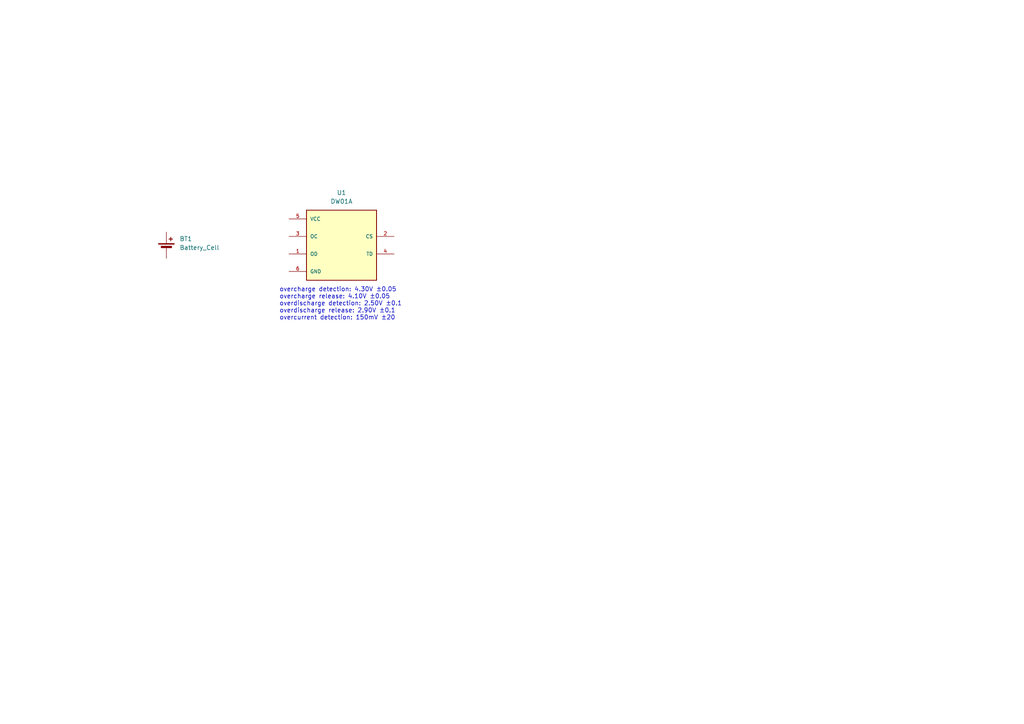
<source format=kicad_sch>
(kicad_sch (version 20231120) (generator "eeschema") (generator_version "8.0")
  (paper "A4")
  (lib_symbols
    (symbol "DW01A:DW01A" (pin_names (offset 1.016))
      (property "Reference" "U" (at -10.16 11.43 0))
      (property "Value" "DW01A" (at -10.16 -12.7 0))
      (symbol "DW01A_0_0"
        (rectangle (start -10.16 -10.16) (end 10.16 10.16) (stroke (width 0.254)) (fill (type background)))
        (pin output line (at 15.24 -2.54 180) (length 5.08) (name "OD") (number "1"))
        (pin input line (at -15.24 2.54 0) (length 5.08) (name "CS") (number "2"))
        (pin output line (at 15.24 2.54 180) (length 5.08) (name "OC") (number "3"))
        (pin passive line (at -15.24 -2.54 0) (length 5.08) (name "TD") (number "4"))
        (pin power_in line (at 15.24 7.62 180) (length 5.08) (name "VCC") (number "5"))
        (pin power_in line (at 15.24 -7.62 180) (length 5.08) (name "GND") (number "6"))
      )
    )
    (symbol "Device:Battery_Cell" (pin_numbers hide) (pin_names (offset 0) hide)
      (property "Reference" "BT" (at 2.54 2.54 0))
      (property "Value" "Battery_Cell" (at 2.54 0 0))
      (symbol "Battery_Cell_0_1"
        (rectangle (start -2.286 1.778) (end 2.286 1.524) (fill (type outline)))
        (rectangle (start -1.524 1.016) (end 1.524 0.508) (fill (type outline)))
        (polyline (pts (xy 0 0.762) (xy 0 0)))
        (polyline (pts (xy 0 1.778) (xy 0 2.54)))
        (polyline (pts (xy 0.762 3.048) (xy 1.778 3.048)) (stroke (width 0.254)))
        (polyline (pts (xy 1.27 3.556) (xy 1.27 2.54)) (stroke (width 0.254)))
      )
      (symbol "Battery_Cell_1_1"
        (pin passive line (at 0 5.08 270) (length 2.54) (name "+") (number "1"))
        (pin passive line (at 0 -2.54 90) (length 2.54) (name "-") (number "2"))
      )
    )
  )
  (text "\novercharge detection: 4.30V ±0.05\novercharge release: 4.10V ±0.05\noverdischarge detection: 2.50V ±0.1\noverdischarge release: 2.90V ±0.1\novercurrent detection: 150mV ±20" (at 81.026 87.122 0) (effects (font (size 1.27 1.27)) (justify left)))
  (symbol (lib_id "Device:Battery_Cell") (at 48.26 72.39 0) (unit 1)
    (property "Reference" "BT1" (at 52.07 69.2784 0) (effects (justify left)))
    (property "Value" "Battery_Cell" (at 52.07 71.8184 0) (effects (justify left)))
    (property "Description" "Single-cell battery" (effects (hide yes)))
  )
  (symbol (lib_id "DW01A:DW01A") (at 99.06 71.12 0) (mirror y) (unit 1)
    (property "Reference" "U1" (at 99.06 55.88 0))
    (property "Value" "DW01A" (at 99.06 58.42 0))
    (property "Footprint" "DW01A:SOT95P280X145-6N" (effects (hide yes)))
    (property "MF" "Fortune Semiconductor" (effects (hide yes)))
    (property "SNAPEDA_PACKAGE_ID" "103849" (effects (hide yes)))
    (property "Package" "SOT-23-6 Fortune Semiconductor" (effects (hide yes)))
    (property "Price" "None" (effects (hide yes)))
    (property "Check_prices" "https://www.snapeda.com/parts/DW01A/Fortune+Semiconductor/view-part/?ref=eda" (effects (hide yes)))
    (property "STANDARD" "IPC 7351B" (effects (hide yes)))
    (property "PARTREV" "1.8" (effects (hide yes)))
    (property "SnapEDA_Link" "https://www.snapeda.com/parts/DW01A/Fortune+Semiconductor/view-part/?ref=snap" (effects (hide yes)))
    (property "MP" "DW01A" (effects (hide yes)))
    (property "Description_1" "\nOne Cell Lithium-ion/Polymer Battery Protection IC\n" (effects (hide yes)))
    (property "MANUFACTURER" "Fortune Semiconductor" (effects (hide yes)))
    (property "Availability" "Not in stock" (effects (hide yes)))
    (property "MAXIMUM_PACKAGE_HEIGHT" "1.45mm" (effects (hide yes)))
  )
)
</source>
